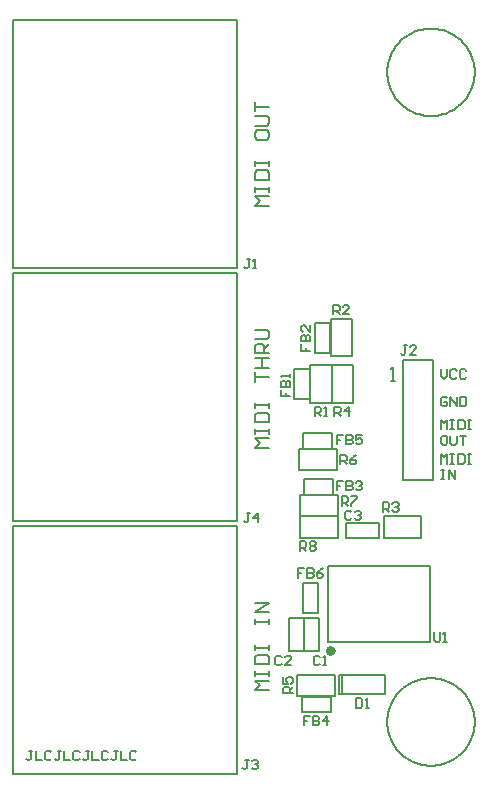
<source format=gto>
G04*
G04 #@! TF.GenerationSoftware,Altium Limited,Altium Designer,21.4.1 (30)*
G04*
G04 Layer_Color=65535*
%FSLAX25Y25*%
%MOIN*%
G70*
G04*
G04 #@! TF.SameCoordinates,A48B96B0-5CB6-46A1-959F-C16CD1BF0AD3*
G04*
G04*
G04 #@! TF.FilePolarity,Positive*
G04*
G01*
G75*
%ADD10C,0.00787*%
%ADD11C,0.01968*%
%ADD12C,0.00591*%
D10*
X154331Y234252D02*
X154297Y235246D01*
X154195Y236235D01*
X154026Y237216D01*
X153790Y238182D01*
X153490Y239130D01*
X153125Y240055D01*
X152698Y240954D01*
X152210Y241821D01*
X151664Y242652D01*
X151064Y243445D01*
X150410Y244195D01*
X149706Y244898D01*
X148957Y245552D01*
X148164Y246153D01*
X147333Y246698D01*
X146466Y247186D01*
X145567Y247613D01*
X144642Y247978D01*
X143694Y248279D01*
X142727Y248514D01*
X141747Y248683D01*
X140758Y248785D01*
X139764Y248819D01*
X138770Y248785D01*
X137780Y248683D01*
X136800Y248514D01*
X135834Y248279D01*
X134886Y247978D01*
X133960Y247613D01*
X133062Y247186D01*
X132195Y246698D01*
X131363Y246153D01*
X130571Y245552D01*
X129821Y244898D01*
X129118Y244195D01*
X128464Y243445D01*
X127863Y242652D01*
X127318Y241821D01*
X126830Y240954D01*
X126403Y240055D01*
X126038Y239130D01*
X125737Y238182D01*
X125502Y237216D01*
X125332Y236235D01*
X125231Y235246D01*
X125197Y234252D01*
X125231Y233258D01*
X125332Y232269D01*
X125502Y231288D01*
X125737Y230322D01*
X126038Y229374D01*
X126403Y228449D01*
X126830Y227550D01*
X127318Y226683D01*
X127863Y225851D01*
X128464Y225059D01*
X129118Y224309D01*
X129821Y223606D01*
X130571Y222952D01*
X131363Y222351D01*
X132195Y221806D01*
X133062Y221318D01*
X133960Y220891D01*
X134886Y220526D01*
X135834Y220225D01*
X136800Y219990D01*
X137780Y219821D01*
X138770Y219719D01*
X139764Y219685D01*
X140758Y219719D01*
X141747Y219821D01*
X142727Y219990D01*
X143694Y220225D01*
X144642Y220526D01*
X145567Y220891D01*
X146466Y221318D01*
X147333Y221806D01*
X148164Y222351D01*
X148957Y222952D01*
X149706Y223606D01*
X150410Y224309D01*
X151064Y225059D01*
X151664Y225851D01*
X152210Y226683D01*
X152698Y227550D01*
X153125Y228449D01*
X153490Y229374D01*
X153790Y230322D01*
X154026Y231288D01*
X154195Y232269D01*
X154297Y233258D01*
X154331Y234252D01*
Y17717D02*
X154297Y18711D01*
X154195Y19700D01*
X154026Y20680D01*
X153790Y21647D01*
X153490Y22595D01*
X153125Y23520D01*
X152698Y24418D01*
X152210Y25285D01*
X151664Y26117D01*
X151064Y26910D01*
X150410Y27659D01*
X149706Y28363D01*
X148957Y29016D01*
X148164Y29617D01*
X147333Y30163D01*
X146466Y30650D01*
X145567Y31078D01*
X144642Y31442D01*
X143694Y31743D01*
X142727Y31979D01*
X141747Y32148D01*
X140758Y32250D01*
X139764Y32283D01*
X138770Y32250D01*
X137780Y32148D01*
X136800Y31979D01*
X135834Y31743D01*
X134886Y31442D01*
X133960Y31078D01*
X133062Y30650D01*
X132195Y30163D01*
X131363Y29617D01*
X130571Y29016D01*
X129821Y28363D01*
X129118Y27659D01*
X128464Y26910D01*
X127863Y26117D01*
X127318Y25285D01*
X126830Y24418D01*
X126403Y23520D01*
X126038Y22595D01*
X125737Y21647D01*
X125502Y20680D01*
X125332Y19700D01*
X125231Y18711D01*
X125197Y17717D01*
X125231Y16723D01*
X125332Y15733D01*
X125502Y14753D01*
X125737Y13786D01*
X126038Y12838D01*
X126403Y11913D01*
X126830Y11015D01*
X127318Y10148D01*
X127863Y9316D01*
X128464Y8524D01*
X129118Y7774D01*
X129821Y7070D01*
X130571Y6417D01*
X131363Y5816D01*
X132195Y5270D01*
X133062Y4783D01*
X133960Y4356D01*
X134886Y3991D01*
X135834Y3690D01*
X136800Y3454D01*
X137780Y3285D01*
X138770Y3184D01*
X139764Y3150D01*
X140758Y3184D01*
X141747Y3285D01*
X142727Y3454D01*
X143694Y3690D01*
X144642Y3991D01*
X145567Y4356D01*
X146466Y4783D01*
X147333Y5270D01*
X148164Y5816D01*
X148957Y6417D01*
X149706Y7070D01*
X150410Y7774D01*
X151064Y8523D01*
X151664Y9316D01*
X152210Y10148D01*
X152698Y11015D01*
X153125Y11913D01*
X153490Y12838D01*
X153790Y13786D01*
X154026Y14753D01*
X154195Y15733D01*
X154297Y16723D01*
X154331Y17717D01*
X130315Y98484D02*
X140551D01*
X130315D02*
Y138445D01*
X140551Y98484D02*
Y138445D01*
X130315D02*
X140551D01*
X394Y168898D02*
X75197D01*
Y251575D01*
X394D02*
X75197D01*
X394Y168898D02*
Y251575D01*
Y84646D02*
X75197D01*
Y167323D01*
X394D02*
X75197D01*
X394Y84646D02*
Y167323D01*
X400Y394D02*
X75203D01*
Y83071D01*
X400D02*
X75203D01*
X400Y394D02*
Y83071D01*
X100984Y140748D02*
X106102D01*
Y150591D01*
X100984D02*
X106102D01*
X100984Y140748D02*
Y150591D01*
X106299Y139567D02*
X113386D01*
X106299D02*
Y152165D01*
X113386D01*
Y139567D02*
Y152165D01*
X94291Y125394D02*
X99410D01*
Y135236D01*
X94291D02*
X99410D01*
X94291Y125394D02*
Y135236D01*
X99606Y124016D02*
X106693D01*
X99606D02*
Y136614D01*
X106693D01*
Y124016D02*
Y136614D01*
X106693Y124016D02*
X113779D01*
X106693D02*
Y136614D01*
X113779D01*
Y124016D02*
Y136614D01*
X106890Y108858D02*
Y113976D01*
X97047D02*
X106890D01*
X97047Y108858D02*
Y113976D01*
Y108858D02*
X106890D01*
X108465Y101575D02*
Y108661D01*
X95866Y101575D02*
X108465D01*
X95866D02*
Y108661D01*
X108465D01*
X107283Y93504D02*
Y98622D01*
X97441D02*
X107283D01*
X97441Y93504D02*
Y98622D01*
Y93504D02*
X107283D01*
X96063Y86221D02*
Y93307D01*
X108661D01*
Y86221D02*
Y93307D01*
X96063Y86221D02*
X108661D01*
X96063Y79134D02*
Y86221D01*
X108661D01*
Y79134D02*
Y86221D01*
X96063Y79134D02*
X108661D01*
X111516Y79035D02*
X122343D01*
X111516D02*
Y83957D01*
X122343D01*
Y79035D02*
Y83957D01*
X136614Y79134D02*
Y86221D01*
X124016Y79134D02*
X136614D01*
X124016D02*
Y86221D01*
X136614D01*
X105512Y44488D02*
X139370D01*
Y69685D01*
X105512D02*
X139370D01*
X105512Y44488D02*
Y69685D01*
X95276Y26378D02*
Y33465D01*
X107874D01*
Y26378D02*
Y33465D01*
X95276Y26378D02*
X107874D01*
X97047Y63976D02*
X102165D01*
X97047Y54134D02*
Y63976D01*
Y54134D02*
X102165D01*
Y63976D01*
X92421Y41437D02*
Y52264D01*
X97342D01*
Y41437D02*
Y52264D01*
X92421Y41437D02*
X97342D01*
X97539D02*
Y52264D01*
X102461D01*
Y41437D02*
Y52264D01*
X97539Y41437D02*
X102461D01*
X109055Y33465D02*
X110236D01*
X109055Y27165D02*
Y33465D01*
Y27165D02*
X110236D01*
Y33465D02*
X124409D01*
X110236Y27165D02*
Y33465D01*
Y27165D02*
X124409D01*
Y33465D01*
X96653Y21063D02*
Y26181D01*
Y21063D02*
X106496D01*
Y26181D01*
X96653D02*
X106496D01*
X85827Y28346D02*
X81104D01*
X82678Y29921D01*
X81104Y31495D01*
X85827D01*
X81104Y33069D02*
Y34644D01*
Y33856D01*
X85827D01*
Y33069D01*
Y34644D01*
X81104Y37005D02*
X85827D01*
Y39366D01*
X85040Y40154D01*
X81891D01*
X81104Y39366D01*
Y37005D01*
Y41728D02*
Y43302D01*
Y42515D01*
X85827D01*
Y41728D01*
Y43302D01*
X81104Y50387D02*
Y51961D01*
Y51174D01*
X85827D01*
Y50387D01*
Y51961D01*
Y54322D02*
X81104D01*
X85827Y57471D01*
X81104D01*
X85827Y189764D02*
X81104D01*
X82678Y191338D01*
X81104Y192912D01*
X85827D01*
X81104Y194487D02*
Y196061D01*
Y195274D01*
X85827D01*
Y194487D01*
Y196061D01*
X81104Y198422D02*
X85827D01*
Y200784D01*
X85040Y201571D01*
X81891D01*
X81104Y200784D01*
Y198422D01*
Y203145D02*
Y204720D01*
Y203932D01*
X85827D01*
Y203145D01*
Y204720D01*
X81104Y214165D02*
Y212591D01*
X81891Y211804D01*
X85040D01*
X85827Y212591D01*
Y214165D01*
X85040Y214952D01*
X81891D01*
X81104Y214165D01*
Y216527D02*
X85040D01*
X85827Y217314D01*
Y218888D01*
X85040Y219675D01*
X81104D01*
Y221250D02*
Y224398D01*
Y222824D01*
X85827D01*
Y109055D02*
X81104D01*
X82678Y110629D01*
X81104Y112204D01*
X85827D01*
X81104Y113778D02*
Y115352D01*
Y114565D01*
X85827D01*
Y113778D01*
Y115352D01*
X81104Y117714D02*
X85827D01*
Y120075D01*
X85040Y120862D01*
X81891D01*
X81104Y120075D01*
Y117714D01*
Y122437D02*
Y124011D01*
Y123224D01*
X85827D01*
Y122437D01*
Y124011D01*
X81104Y131095D02*
Y134244D01*
Y132670D01*
X85827D01*
X81104Y135818D02*
X85827D01*
X83465D01*
Y138967D01*
X81104D01*
X85827D01*
Y140541D02*
X81104D01*
Y142903D01*
X81891Y143690D01*
X83465D01*
X84253Y142903D01*
Y140541D01*
Y142115D02*
X85827Y143690D01*
X81104Y145264D02*
X85040D01*
X85827Y146051D01*
Y147625D01*
X85040Y148413D01*
X81104D01*
X126378Y131299D02*
X127952D01*
X127165D01*
Y136022D01*
X126378Y135235D01*
D11*
X107087Y41339D02*
X106543Y42087D01*
X105662Y41801D01*
Y40876D01*
X106543Y40590D01*
X107087Y41339D01*
D12*
X143110Y115235D02*
Y118384D01*
X144160Y117334D01*
X145209Y118384D01*
Y115235D01*
X146259Y118384D02*
X147308D01*
X146784D01*
Y115235D01*
X146259D01*
X147308D01*
X148883Y118384D02*
Y115235D01*
X150457D01*
X150982Y115760D01*
Y117859D01*
X150457Y118384D01*
X148883D01*
X152031D02*
X153081D01*
X152556D01*
Y115235D01*
X152031D01*
X153081D01*
X144685Y113188D02*
X143635D01*
X143110Y112663D01*
Y110564D01*
X143635Y110039D01*
X144685D01*
X145209Y110564D01*
Y112663D01*
X144685Y113188D01*
X146259D02*
Y110564D01*
X146784Y110039D01*
X147833D01*
X148358Y110564D01*
Y113188D01*
X149407D02*
X151506D01*
X150457D01*
Y110039D01*
X143110Y103818D02*
Y106966D01*
X144160Y105917D01*
X145209Y106966D01*
Y103818D01*
X146259Y106966D02*
X147308D01*
X146784D01*
Y103818D01*
X146259D01*
X147308D01*
X148883Y106966D02*
Y103818D01*
X150457D01*
X150982Y104342D01*
Y106441D01*
X150457Y106966D01*
X148883D01*
X152031D02*
X153081D01*
X152556D01*
Y103818D01*
X152031D01*
X153081D01*
X143110Y101771D02*
X144160D01*
X143635D01*
Y98622D01*
X143110D01*
X144160D01*
X145734D02*
Y101771D01*
X147833Y98622D01*
Y101771D01*
X6961Y8070D02*
X5911D01*
X6436D01*
Y5446D01*
X5911Y4921D01*
X5386D01*
X4862Y5446D01*
X8010Y8070D02*
Y4921D01*
X10109D01*
X13258Y7545D02*
X12733Y8070D01*
X11683D01*
X11159Y7545D01*
Y5446D01*
X11683Y4921D01*
X12733D01*
X13258Y5446D01*
X16406Y8070D02*
X15357D01*
X15882D01*
Y5446D01*
X15357Y4921D01*
X14832D01*
X14307Y5446D01*
X17456Y8070D02*
Y4921D01*
X19555D01*
X22704Y7545D02*
X22179Y8070D01*
X21129D01*
X20605Y7545D01*
Y5446D01*
X21129Y4921D01*
X22179D01*
X22704Y5446D01*
X25852Y8070D02*
X24803D01*
X25327D01*
Y5446D01*
X24803Y4921D01*
X24278D01*
X23753Y5446D01*
X26902Y8070D02*
Y4921D01*
X29001D01*
X32149Y7545D02*
X31625Y8070D01*
X30575D01*
X30050Y7545D01*
Y5446D01*
X30575Y4921D01*
X31625D01*
X32149Y5446D01*
X35298Y8070D02*
X34248D01*
X34773D01*
Y5446D01*
X34248Y4921D01*
X33724D01*
X33199Y5446D01*
X36347Y8070D02*
Y4921D01*
X38447D01*
X41595Y7545D02*
X41070Y8070D01*
X40021D01*
X39496Y7545D01*
Y5446D01*
X40021Y4921D01*
X41070D01*
X41595Y5446D01*
X143110Y135235D02*
Y133136D01*
X144160Y132087D01*
X145209Y133136D01*
Y135235D01*
X148358Y134710D02*
X147833Y135235D01*
X146784D01*
X146259Y134710D01*
Y132611D01*
X146784Y132087D01*
X147833D01*
X148358Y132611D01*
X151506Y134710D02*
X150982Y135235D01*
X149932D01*
X149407Y134710D01*
Y132611D01*
X149932Y132087D01*
X150982D01*
X151506Y132611D01*
X145209Y125577D02*
X144685Y126101D01*
X143635D01*
X143110Y125577D01*
Y123477D01*
X143635Y122953D01*
X144685D01*
X145209Y123477D01*
Y124527D01*
X144160D01*
X146259Y122953D02*
Y126101D01*
X148358Y122953D01*
Y126101D01*
X149407D02*
Y122953D01*
X150982D01*
X151506Y123477D01*
Y125577D01*
X150982Y126101D01*
X149407D01*
X96195Y74804D02*
Y77952D01*
X97769D01*
X98294Y77428D01*
Y76378D01*
X97769Y75853D01*
X96195D01*
X97245D02*
X98294Y74804D01*
X99344Y77428D02*
X99868Y77952D01*
X100918D01*
X101443Y77428D01*
Y76903D01*
X100918Y76378D01*
X101443Y75853D01*
Y75328D01*
X100918Y74804D01*
X99868D01*
X99344Y75328D01*
Y75853D01*
X99868Y76378D01*
X99344Y76903D01*
Y77428D01*
X99868Y76378D02*
X100918D01*
X109975Y89764D02*
Y92913D01*
X111549D01*
X112074Y92388D01*
Y91339D01*
X111549Y90814D01*
X109975D01*
X111024D02*
X112074Y89764D01*
X113123Y92913D02*
X115222D01*
Y92388D01*
X113123Y90289D01*
Y89764D01*
X113255Y87664D02*
X112730Y88188D01*
X111680D01*
X111156Y87664D01*
Y85565D01*
X111680Y85040D01*
X112730D01*
X113255Y85565D01*
X114304Y87664D02*
X114829Y88188D01*
X115879D01*
X116403Y87664D01*
Y87139D01*
X115879Y86614D01*
X115354D01*
X115879D01*
X116403Y86089D01*
Y85565D01*
X115879Y85040D01*
X114829D01*
X114304Y85565D01*
X131759Y143307D02*
X130709D01*
X131234D01*
Y140683D01*
X130709Y140158D01*
X130184D01*
X129660Y140683D01*
X134907Y140158D02*
X132808D01*
X134907Y142257D01*
Y142782D01*
X134382Y143307D01*
X133333D01*
X132808Y142782D01*
X140814Y47637D02*
Y45013D01*
X141339Y44489D01*
X142389D01*
X142913Y45013D01*
Y47637D01*
X143963Y44489D02*
X145012D01*
X144488D01*
Y47637D01*
X143963Y47113D01*
X109581Y103544D02*
Y106692D01*
X111155D01*
X111680Y106168D01*
Y105118D01*
X111155Y104593D01*
X109581D01*
X110630D02*
X111680Y103544D01*
X114829Y106692D02*
X113779Y106168D01*
X112730Y105118D01*
Y104069D01*
X113254Y103544D01*
X114304D01*
X114829Y104069D01*
Y104593D01*
X114304Y105118D01*
X112730D01*
X93700Y27297D02*
X90552D01*
Y28872D01*
X91076Y29397D01*
X92126D01*
X92651Y28872D01*
Y27297D01*
Y28347D02*
X93700Y29397D01*
X90552Y32545D02*
Y30446D01*
X92126D01*
X91601Y31496D01*
Y32020D01*
X92126Y32545D01*
X93176D01*
X93700Y32020D01*
Y30971D01*
X93176Y30446D01*
X107612Y119685D02*
Y122834D01*
X109187D01*
X109712Y122309D01*
Y121260D01*
X109187Y120735D01*
X107612D01*
X108662D02*
X109712Y119685D01*
X112335D02*
Y122834D01*
X110761Y121260D01*
X112860D01*
X123754Y87796D02*
Y90944D01*
X125328D01*
X125853Y90420D01*
Y89370D01*
X125328Y88845D01*
X123754D01*
X124804D02*
X125853Y87796D01*
X126903Y90420D02*
X127427Y90944D01*
X128477D01*
X129002Y90420D01*
Y89895D01*
X128477Y89370D01*
X127952D01*
X128477D01*
X129002Y88845D01*
Y88321D01*
X128477Y87796D01*
X127427D01*
X126903Y88321D01*
X107219Y153544D02*
Y156692D01*
X108793D01*
X109318Y156168D01*
Y155118D01*
X108793Y154593D01*
X107219D01*
X108268D02*
X109318Y153544D01*
X112466D02*
X110367D01*
X112466Y155643D01*
Y156168D01*
X111942Y156692D01*
X110892D01*
X110367Y156168D01*
X101050Y119685D02*
Y122834D01*
X102625D01*
X103150Y122309D01*
Y121260D01*
X102625Y120735D01*
X101050D01*
X102100D02*
X103150Y119685D01*
X104199D02*
X105249D01*
X104724D01*
Y122834D01*
X104199Y122309D01*
X79396Y87401D02*
X78347D01*
X78872D01*
Y84777D01*
X78347Y84253D01*
X77822D01*
X77297Y84777D01*
X82020Y84253D02*
Y87401D01*
X80446Y85827D01*
X82545D01*
X79003Y5118D02*
X77953D01*
X78478D01*
Y2494D01*
X77953Y1969D01*
X77429D01*
X76904Y2494D01*
X80052Y4593D02*
X80577Y5118D01*
X81627D01*
X82151Y4593D01*
Y4068D01*
X81627Y3543D01*
X81102D01*
X81627D01*
X82151Y3019D01*
Y2494D01*
X81627Y1969D01*
X80577D01*
X80052Y2494D01*
X79528Y172047D02*
X78478D01*
X79003D01*
Y169423D01*
X78478Y168898D01*
X77953D01*
X77429Y169423D01*
X80577Y168898D02*
X81627D01*
X81102D01*
Y172047D01*
X80577Y171522D01*
X97507Y68897D02*
X95408D01*
Y67323D01*
X96458D01*
X95408D01*
Y65749D01*
X98557Y68897D02*
Y65749D01*
X100131D01*
X100656Y66273D01*
Y66798D01*
X100131Y67323D01*
X98557D01*
X100131D01*
X100656Y67848D01*
Y68372D01*
X100131Y68897D01*
X98557D01*
X103804D02*
X102755Y68372D01*
X101705Y67323D01*
Y66273D01*
X102230Y65749D01*
X103280D01*
X103804Y66273D01*
Y66798D01*
X103280Y67323D01*
X101705D01*
X110499Y113385D02*
X108400D01*
Y111811D01*
X109450D01*
X108400D01*
Y110237D01*
X111549Y113385D02*
Y110237D01*
X113123D01*
X113648Y110761D01*
Y111286D01*
X113123Y111811D01*
X111549D01*
X113123D01*
X113648Y112336D01*
Y112861D01*
X113123Y113385D01*
X111549D01*
X116797D02*
X114698D01*
Y111811D01*
X115747Y112336D01*
X116272D01*
X116797Y111811D01*
Y110761D01*
X116272Y110237D01*
X115222D01*
X114698Y110761D01*
X99476Y19684D02*
X97377D01*
Y18110D01*
X98426D01*
X97377D01*
Y16536D01*
X100525Y19684D02*
Y16536D01*
X102100D01*
X102624Y17061D01*
Y17585D01*
X102100Y18110D01*
X100525D01*
X102100D01*
X102624Y18635D01*
Y19160D01*
X102100Y19684D01*
X100525D01*
X105248Y16536D02*
Y19684D01*
X103674Y18110D01*
X105773D01*
X110499Y98031D02*
X108400D01*
Y96457D01*
X109450D01*
X108400D01*
Y94882D01*
X111549Y98031D02*
Y94882D01*
X113123D01*
X113648Y95407D01*
Y95932D01*
X113123Y96457D01*
X111549D01*
X113123D01*
X113648Y96982D01*
Y97506D01*
X113123Y98031D01*
X111549D01*
X114698Y97506D02*
X115222Y98031D01*
X116272D01*
X116797Y97506D01*
Y96982D01*
X116272Y96457D01*
X115747D01*
X116272D01*
X116797Y95932D01*
Y95407D01*
X116272Y94882D01*
X115222D01*
X114698Y95407D01*
X96457Y143570D02*
Y141471D01*
X98032D01*
Y142521D01*
Y141471D01*
X99606D01*
X96457Y144620D02*
X99606D01*
Y146194D01*
X99081Y146719D01*
X98556D01*
X98032Y146194D01*
Y144620D01*
Y146194D01*
X97507Y146719D01*
X96982D01*
X96457Y146194D01*
Y144620D01*
X99606Y149867D02*
Y147768D01*
X97507Y149867D01*
X96982D01*
X96457Y149343D01*
Y148293D01*
X96982Y147768D01*
X89764Y128347D02*
Y126248D01*
X91339D01*
Y127297D01*
Y126248D01*
X92913D01*
X89764Y129396D02*
X92913D01*
Y130971D01*
X92388Y131496D01*
X91863D01*
X91339Y130971D01*
Y129396D01*
Y130971D01*
X90814Y131496D01*
X90289D01*
X89764Y130971D01*
Y129396D01*
X92913Y132545D02*
Y133595D01*
Y133070D01*
X89764D01*
X90289Y132545D01*
X114830Y25590D02*
Y22442D01*
X116404D01*
X116929Y22966D01*
Y25065D01*
X116404Y25590D01*
X114830D01*
X117979Y22442D02*
X119028D01*
X118503D01*
Y25590D01*
X117979Y25065D01*
X90026Y39239D02*
X89502Y39763D01*
X88452D01*
X87927Y39239D01*
Y37139D01*
X88452Y36615D01*
X89502D01*
X90026Y37139D01*
X93175Y36615D02*
X91076D01*
X93175Y38714D01*
Y39239D01*
X92650Y39763D01*
X91601D01*
X91076Y39239D01*
X102756D02*
X102231Y39763D01*
X101182D01*
X100657Y39239D01*
Y37139D01*
X101182Y36615D01*
X102231D01*
X102756Y37139D01*
X103805Y36615D02*
X104855D01*
X104330D01*
Y39763D01*
X103805Y39239D01*
M02*

</source>
